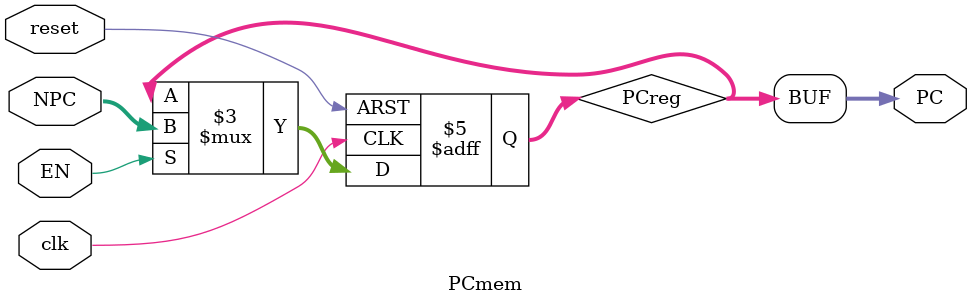
<source format=v>
`timescale 1ns / 1ps
module PCmem(
	input clk,
	input reset,
	input EN,
    input [31:0] NPC,
    output [31:0] PC
    );
	
	reg [31:0] PCreg;
	
	assign PC=PCreg;
	
	initial
	begin
		PCreg<=32'h00003000;
	end

	always @(posedge clk, posedge reset)
	begin
		if(reset)
			PCreg<=32'h00003000;
		else
			if(EN)
				PCreg<=NPC;
	end
	
endmodule

</source>
